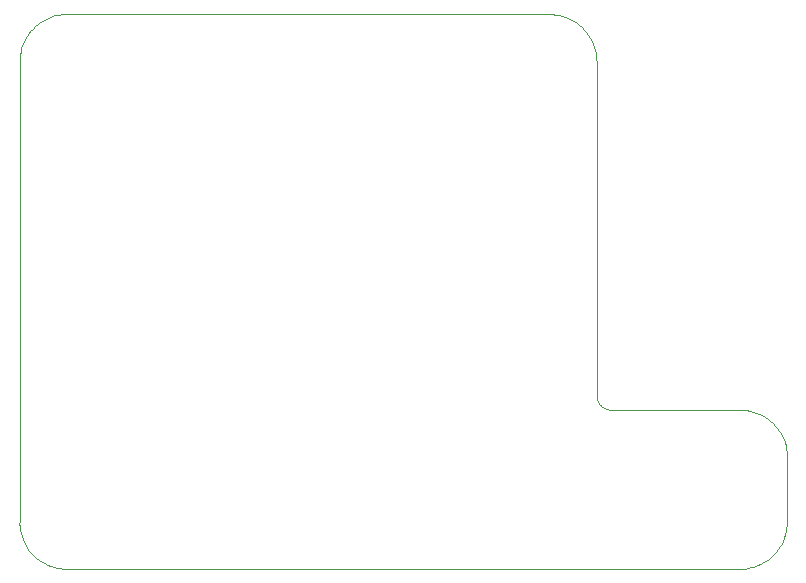
<source format=gbr>
%FSTAX23Y23*%
%MOIN*%
%SFA1B1*%

%IPPOS*%
%ADD118C,0.001000*%
%LNpcb_power_measurement_profile-1*%
%LPD*%
G54D118*
X02296Y01868D02*
Y03402D01*
D01*
X02296Y03413*
X02297Y03424*
X02299Y03435*
X02302Y03445*
X02305Y03456*
X02309Y03466*
X02314Y03476*
X02319Y03485*
X02326Y03495*
X02332Y03503*
X0234Y03511*
X02348Y03519*
X02356Y03526*
X02365Y03533*
X02374Y03538*
X02384Y03544*
X02394Y03548*
X02404Y03552*
X02415Y03555*
X02426Y03557*
X02437Y03559*
X02447Y03559*
X02453Y0356*
X04061*
D01*
X04072Y03559*
X04083Y03558*
X04094Y03556*
X04104Y03553*
X04115Y0355*
X04125Y03546*
X04135Y03541*
X04144Y03536*
X04154Y03529*
X04162Y03523*
X0417Y03515*
X04178Y03507*
X04185Y03499*
X04192Y0349*
X04197Y03481*
X04203Y03471*
X04207Y03461*
X04211Y03451*
X04214Y0344*
X04216Y03429*
X04218Y03418*
X04218Y03408*
X04219Y03402*
Y02291*
D01*
X04219Y02287*
X04219Y02284*
X0422Y0228*
X0422Y02277*
X04222Y02273*
X04223Y0227*
X04224Y02267*
X04226Y02264*
X04228Y02261*
X0423Y02258*
X04233Y02256*
X04235Y02253*
X04238Y02251*
X04241Y02249*
X04244Y02247*
X04247Y02246*
X0425Y02244*
X04253Y02243*
X04256Y02242*
X0426Y02241*
X04263Y02241*
X04267Y02241*
X04269Y02241*
X04697*
D01*
X04707Y0224*
X04718Y02239*
X04729Y02237*
X0474Y02234*
X0475Y02231*
X04761Y02227*
X0477Y02222*
X0478Y02217*
X04789Y0221*
X04798Y02204*
X04806Y02196*
X04814Y02188*
X04821Y0218*
X04827Y02171*
X04833Y02162*
X04838Y02152*
X04843Y02142*
X04846Y02132*
X04849Y02121*
X04852Y0211*
X04853Y02099*
X04854Y02089*
X04854Y02083*
Y01868*
D01*
X04854Y01857*
X04852Y01846*
X04851Y01835*
X04848Y01825*
X04844Y01814*
X0484Y01804*
X04836Y01794*
X0483Y01785*
X04824Y01775*
X04817Y01767*
X0481Y01759*
X04802Y01751*
X04793Y01744*
X04785Y01737*
X04775Y01732*
X04766Y01726*
X04755Y01722*
X04745Y01718*
X04735Y01715*
X04724Y01713*
X04713Y01711*
X04702Y01711*
X04697Y01711*
X04696Y0171*
X02453*
D01*
X02442Y01711*
X02431Y01712*
X0242Y01714*
X02409Y01716*
X02399Y0172*
X02388Y01724*
X02379Y01729*
X02369Y01734*
X0236Y0174*
X02351Y01747*
X02343Y01754*
X02335Y01762*
X02328Y01771*
X02322Y0178*
X02316Y01789*
X02311Y01799*
X02306Y01809*
X02303Y01819*
X023Y0183*
X02297Y0184*
X02296Y01851*
X02295Y01862*
X02296Y01868*
M02*
</source>
